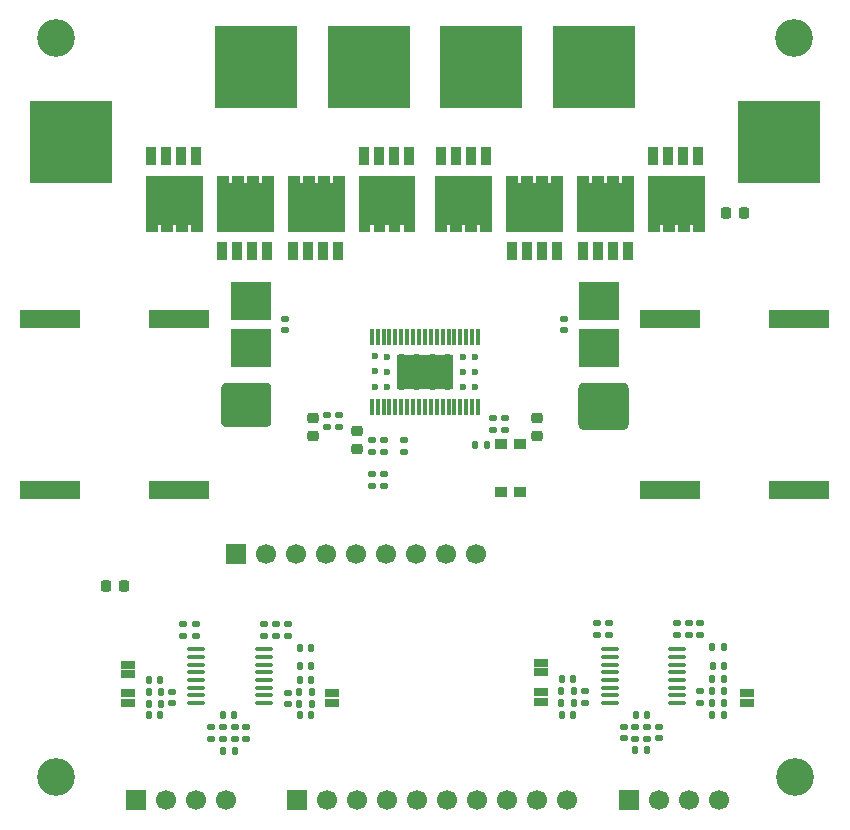
<source format=gbr>
%TF.GenerationSoftware,KiCad,Pcbnew,9.0.7-9.0.7~ubuntu22.04.1*%
%TF.CreationDate,2026-02-07T19:05:41-07:00*%
%TF.ProjectId,Power_Brick,506f7765-725f-4427-9269-636b2e6b6963,1.1*%
%TF.SameCoordinates,Original*%
%TF.FileFunction,Soldermask,Top*%
%TF.FilePolarity,Negative*%
%FSLAX46Y46*%
G04 Gerber Fmt 4.6, Leading zero omitted, Abs format (unit mm)*
G04 Created by KiCad (PCBNEW 9.0.7-9.0.7~ubuntu22.04.1) date 2026-02-07 19:05:41*
%MOMM*%
%LPD*%
G01*
G04 APERTURE LIST*
G04 Aperture macros list*
%AMRoundRect*
0 Rectangle with rounded corners*
0 $1 Rounding radius*
0 $2 $3 $4 $5 $6 $7 $8 $9 X,Y pos of 4 corners*
0 Add a 4 corners polygon primitive as box body*
4,1,4,$2,$3,$4,$5,$6,$7,$8,$9,$2,$3,0*
0 Add four circle primitives for the rounded corners*
1,1,$1+$1,$2,$3*
1,1,$1+$1,$4,$5*
1,1,$1+$1,$6,$7*
1,1,$1+$1,$8,$9*
0 Add four rect primitives between the rounded corners*
20,1,$1+$1,$2,$3,$4,$5,0*
20,1,$1+$1,$4,$5,$6,$7,0*
20,1,$1+$1,$6,$7,$8,$9,0*
20,1,$1+$1,$8,$9,$2,$3,0*%
G04 Aperture macros list end*
%ADD10C,0.010000*%
%ADD11C,0.000000*%
%ADD12RoundRect,0.140000X-0.140000X-0.170000X0.140000X-0.170000X0.140000X0.170000X-0.140000X0.170000X0*%
%ADD13RoundRect,0.102000X0.355000X-0.686000X0.355000X0.686000X-0.355000X0.686000X-0.355000X-0.686000X0*%
%ADD14C,3.200000*%
%ADD15R,1.270000X0.635000*%
%ADD16RoundRect,0.135000X0.135000X0.185000X-0.135000X0.185000X-0.135000X-0.185000X0.135000X-0.185000X0*%
%ADD17R,5.105400X1.600200*%
%ADD18RoundRect,0.135000X0.185000X-0.135000X0.185000X0.135000X-0.185000X0.135000X-0.185000X-0.135000X0*%
%ADD19RoundRect,0.225000X0.250000X-0.225000X0.250000X0.225000X-0.250000X0.225000X-0.250000X-0.225000X0*%
%ADD20RoundRect,0.140000X0.170000X-0.140000X0.170000X0.140000X-0.170000X0.140000X-0.170000X-0.140000X0*%
%ADD21RoundRect,0.135000X-0.135000X-0.185000X0.135000X-0.185000X0.135000X0.185000X-0.135000X0.185000X0*%
%ADD22RoundRect,0.140000X0.140000X0.170000X-0.140000X0.170000X-0.140000X-0.170000X0.140000X-0.170000X0*%
%ADD23R,3.429000X3.327400*%
%ADD24RoundRect,0.135000X-0.185000X0.135000X-0.185000X-0.135000X0.185000X-0.135000X0.185000X0.135000X0*%
%ADD25RoundRect,0.225000X-0.225000X-0.250000X0.225000X-0.250000X0.225000X0.250000X-0.225000X0.250000X0*%
%ADD26RoundRect,0.140000X-0.170000X0.140000X-0.170000X-0.140000X0.170000X-0.140000X0.170000X0.140000X0*%
%ADD27R,1.700000X1.700000*%
%ADD28C,1.700000*%
%ADD29RoundRect,0.102000X-0.355000X0.686000X-0.355000X-0.686000X0.355000X-0.686000X0.355000X0.686000X0*%
%ADD30C,2.300000*%
%ADD31R,7.000000X7.000000*%
%ADD32R,0.299999X1.400000*%
%ADD33C,0.600000*%
%ADD34RoundRect,0.100000X-0.637500X-0.100000X0.637500X-0.100000X0.637500X0.100000X-0.637500X0.100000X0*%
%ADD35RoundRect,0.218750X-0.256250X0.218750X-0.256250X-0.218750X0.256250X-0.218750X0.256250X0.218750X0*%
%ADD36RoundRect,0.218750X0.256250X-0.218750X0.256250X0.218750X-0.256250X0.218750X-0.256250X-0.218750X0*%
%ADD37R,1.000000X0.900000*%
G04 APERTURE END LIST*
D10*
%TO.C,Q2*%
X199610000Y-110690250D02*
X194890000Y-110690250D01*
X194890000Y-106050250D01*
X195800000Y-106050250D01*
X195800000Y-106640250D01*
X196160000Y-106640250D01*
X196160000Y-106050250D01*
X197070000Y-106050250D01*
X197070000Y-106640250D01*
X197430000Y-106640250D01*
X197430000Y-106050250D01*
X198340000Y-106050250D01*
X198340000Y-106640250D01*
X198700000Y-106640250D01*
X198700000Y-106040250D01*
X199610000Y-106040250D01*
X199610000Y-110690250D01*
G36*
X199610000Y-110690250D02*
G01*
X194890000Y-110690250D01*
X194890000Y-106050250D01*
X195800000Y-106050250D01*
X195800000Y-106640250D01*
X196160000Y-106640250D01*
X196160000Y-106050250D01*
X197070000Y-106050250D01*
X197070000Y-106640250D01*
X197430000Y-106640250D01*
X197430000Y-106050250D01*
X198340000Y-106050250D01*
X198340000Y-106640250D01*
X198700000Y-106640250D01*
X198700000Y-106040250D01*
X199610000Y-106040250D01*
X199610000Y-110690250D01*
G37*
%TO.C,Q8*%
X230110000Y-110690250D02*
X225390000Y-110690250D01*
X225390000Y-106050250D01*
X226300000Y-106050250D01*
X226300000Y-106640250D01*
X226660000Y-106640250D01*
X226660000Y-106050250D01*
X227570000Y-106050250D01*
X227570000Y-106640250D01*
X227930000Y-106640250D01*
X227930000Y-106050250D01*
X228840000Y-106050250D01*
X228840000Y-106640250D01*
X229200000Y-106640250D01*
X229200000Y-106040250D01*
X230110000Y-106040250D01*
X230110000Y-110690250D01*
G36*
X230110000Y-110690250D02*
G01*
X225390000Y-110690250D01*
X225390000Y-106050250D01*
X226300000Y-106050250D01*
X226300000Y-106640250D01*
X226660000Y-106640250D01*
X226660000Y-106050250D01*
X227570000Y-106050250D01*
X227570000Y-106640250D01*
X227930000Y-106640250D01*
X227930000Y-106050250D01*
X228840000Y-106050250D01*
X228840000Y-106640250D01*
X229200000Y-106640250D01*
X229200000Y-106040250D01*
X230110000Y-106040250D01*
X230110000Y-110690250D01*
G37*
%TO.C,Q6*%
X224110000Y-110690250D02*
X219390000Y-110690250D01*
X219390000Y-106050250D01*
X220300000Y-106050250D01*
X220300000Y-106640250D01*
X220660000Y-106640250D01*
X220660000Y-106050250D01*
X221570000Y-106050250D01*
X221570000Y-106640250D01*
X221930000Y-106640250D01*
X221930000Y-106050250D01*
X222840000Y-106050250D01*
X222840000Y-106640250D01*
X223200000Y-106640250D01*
X223200000Y-106040250D01*
X224110000Y-106040250D01*
X224110000Y-110690250D01*
G36*
X224110000Y-110690250D02*
G01*
X219390000Y-110690250D01*
X219390000Y-106050250D01*
X220300000Y-106050250D01*
X220300000Y-106640250D01*
X220660000Y-106640250D01*
X220660000Y-106050250D01*
X221570000Y-106050250D01*
X221570000Y-106640250D01*
X221930000Y-106640250D01*
X221930000Y-106050250D01*
X222840000Y-106050250D01*
X222840000Y-106640250D01*
X223200000Y-106640250D01*
X223200000Y-106040250D01*
X224110000Y-106040250D01*
X224110000Y-110690250D01*
G37*
%TO.C,Q5*%
X218110000Y-110662250D02*
X217200000Y-110662250D01*
X217200000Y-110072250D01*
X216840000Y-110072250D01*
X216840000Y-110662250D01*
X215930000Y-110662250D01*
X215930000Y-110072250D01*
X215570000Y-110072250D01*
X215570000Y-110662250D01*
X214660000Y-110662250D01*
X214660000Y-110072250D01*
X214300000Y-110072250D01*
X214300000Y-110672250D01*
X213390000Y-110672250D01*
X213390000Y-106022250D01*
X218110000Y-106022250D01*
X218110000Y-110662250D01*
G36*
X218110000Y-110662250D02*
G01*
X217200000Y-110662250D01*
X217200000Y-110072250D01*
X216840000Y-110072250D01*
X216840000Y-110662250D01*
X215930000Y-110662250D01*
X215930000Y-110072250D01*
X215570000Y-110072250D01*
X215570000Y-110662250D01*
X214660000Y-110662250D01*
X214660000Y-110072250D01*
X214300000Y-110072250D01*
X214300000Y-110672250D01*
X213390000Y-110672250D01*
X213390000Y-106022250D01*
X218110000Y-106022250D01*
X218110000Y-110662250D01*
G37*
D11*
%TO.C,U1*%
G36*
X214814986Y-121157086D02*
G01*
X214823148Y-121159563D01*
X214830668Y-121163581D01*
X214837260Y-121168991D01*
X214842670Y-121175582D01*
X214846688Y-121183103D01*
X214849165Y-121191264D01*
X214850000Y-121199750D01*
X214850000Y-124012750D01*
X214849165Y-124021236D01*
X214846688Y-124029397D01*
X214842670Y-124036918D01*
X214837260Y-124043509D01*
X214830668Y-124048919D01*
X214823148Y-124052937D01*
X214814986Y-124055414D01*
X214806500Y-124056250D01*
X210193500Y-124056250D01*
X210185014Y-124055414D01*
X210176852Y-124052937D01*
X210169332Y-124048919D01*
X210162740Y-124043509D01*
X210157330Y-124036918D01*
X210153312Y-124029397D01*
X210150835Y-124021236D01*
X210150000Y-124012750D01*
X210150000Y-121199750D01*
X210150835Y-121191264D01*
X210153312Y-121183103D01*
X210157330Y-121175582D01*
X210162740Y-121168991D01*
X210169332Y-121163581D01*
X210176852Y-121159563D01*
X210185014Y-121157086D01*
X210193500Y-121156250D01*
X214806500Y-121156250D01*
X214814986Y-121157086D01*
G37*
D10*
%TO.C,Q4*%
X205610000Y-110690250D02*
X200890000Y-110690250D01*
X200890000Y-106050250D01*
X201800000Y-106050250D01*
X201800000Y-106640250D01*
X202160000Y-106640250D01*
X202160000Y-106050250D01*
X203070000Y-106050250D01*
X203070000Y-106640250D01*
X203430000Y-106640250D01*
X203430000Y-106050250D01*
X204340000Y-106050250D01*
X204340000Y-106640250D01*
X204700000Y-106640250D01*
X204700000Y-106040250D01*
X205610000Y-106040250D01*
X205610000Y-110690250D01*
G36*
X205610000Y-110690250D02*
G01*
X200890000Y-110690250D01*
X200890000Y-106050250D01*
X201800000Y-106050250D01*
X201800000Y-106640250D01*
X202160000Y-106640250D01*
X202160000Y-106050250D01*
X203070000Y-106050250D01*
X203070000Y-106640250D01*
X203430000Y-106640250D01*
X203430000Y-106050250D01*
X204340000Y-106050250D01*
X204340000Y-106640250D01*
X204700000Y-106640250D01*
X204700000Y-106040250D01*
X205610000Y-106040250D01*
X205610000Y-110690250D01*
G37*
%TO.C,Q3*%
X211610000Y-110662250D02*
X210700000Y-110662250D01*
X210700000Y-110072250D01*
X210340000Y-110072250D01*
X210340000Y-110662250D01*
X209430000Y-110662250D01*
X209430000Y-110072250D01*
X209070000Y-110072250D01*
X209070000Y-110662250D01*
X208160000Y-110662250D01*
X208160000Y-110072250D01*
X207800000Y-110072250D01*
X207800000Y-110672250D01*
X206890000Y-110672250D01*
X206890000Y-106022250D01*
X211610000Y-106022250D01*
X211610000Y-110662250D01*
G36*
X211610000Y-110662250D02*
G01*
X210700000Y-110662250D01*
X210700000Y-110072250D01*
X210340000Y-110072250D01*
X210340000Y-110662250D01*
X209430000Y-110662250D01*
X209430000Y-110072250D01*
X209070000Y-110072250D01*
X209070000Y-110662250D01*
X208160000Y-110662250D01*
X208160000Y-110072250D01*
X207800000Y-110072250D01*
X207800000Y-110672250D01*
X206890000Y-110672250D01*
X206890000Y-106022250D01*
X211610000Y-106022250D01*
X211610000Y-110662250D01*
G37*
%TO.C,Q7*%
X236110000Y-110662250D02*
X235200000Y-110662250D01*
X235200000Y-110072250D01*
X234840000Y-110072250D01*
X234840000Y-110662250D01*
X233930000Y-110662250D01*
X233930000Y-110072250D01*
X233570000Y-110072250D01*
X233570000Y-110662250D01*
X232660000Y-110662250D01*
X232660000Y-110072250D01*
X232300000Y-110072250D01*
X232300000Y-110672250D01*
X231390000Y-110672250D01*
X231390000Y-106022250D01*
X236110000Y-106022250D01*
X236110000Y-110662250D01*
G36*
X236110000Y-110662250D02*
G01*
X235200000Y-110662250D01*
X235200000Y-110072250D01*
X234840000Y-110072250D01*
X234840000Y-110662250D01*
X233930000Y-110662250D01*
X233930000Y-110072250D01*
X233570000Y-110072250D01*
X233570000Y-110662250D01*
X232660000Y-110662250D01*
X232660000Y-110072250D01*
X232300000Y-110072250D01*
X232300000Y-110672250D01*
X231390000Y-110672250D01*
X231390000Y-106022250D01*
X236110000Y-106022250D01*
X236110000Y-110662250D01*
G37*
%TO.C,Q1*%
X193610000Y-110662250D02*
X192700000Y-110662250D01*
X192700000Y-110072250D01*
X192340000Y-110072250D01*
X192340000Y-110662250D01*
X191430000Y-110662250D01*
X191430000Y-110072250D01*
X191070000Y-110072250D01*
X191070000Y-110662250D01*
X190160000Y-110662250D01*
X190160000Y-110072250D01*
X189800000Y-110072250D01*
X189800000Y-110672250D01*
X188890000Y-110672250D01*
X188890000Y-106022250D01*
X193610000Y-106022250D01*
X193610000Y-110662250D01*
G36*
X193610000Y-110662250D02*
G01*
X192700000Y-110662250D01*
X192700000Y-110072250D01*
X192340000Y-110072250D01*
X192340000Y-110662250D01*
X191430000Y-110662250D01*
X191430000Y-110072250D01*
X191070000Y-110072250D01*
X191070000Y-110662250D01*
X190160000Y-110662250D01*
X190160000Y-110072250D01*
X189800000Y-110072250D01*
X189800000Y-110672250D01*
X188890000Y-110672250D01*
X188890000Y-106022250D01*
X193610000Y-106022250D01*
X193610000Y-110662250D01*
G37*
%TD*%
D12*
%TO.C,C17*%
X189142500Y-148681250D03*
X190102500Y-148681250D03*
%TD*%
D13*
%TO.C,Q2*%
X195345000Y-112376250D03*
X196615000Y-112376250D03*
X197885000Y-112376250D03*
X199155000Y-112376250D03*
%TD*%
D14*
%TO.C,H2*%
X181250000Y-94356250D03*
%TD*%
D15*
%TO.C,JP1*%
X204637500Y-149774850D03*
X204637500Y-150587650D03*
%TD*%
D16*
%TO.C,R25*%
X237830369Y-149633702D03*
X236810369Y-149633702D03*
%TD*%
D17*
%TO.C,C10*%
X233289000Y-132606250D03*
X244211000Y-132606250D03*
%TD*%
D18*
%TO.C,R32*%
X227070369Y-144883702D03*
X227070369Y-143863702D03*
%TD*%
D16*
%TO.C,R10*%
X196407500Y-154681250D03*
X195387500Y-154681250D03*
%TD*%
%TO.C,R14*%
X202897500Y-150681250D03*
X201877500Y-150681250D03*
%TD*%
D18*
%TO.C,R19*%
X199887500Y-144941250D03*
X199887500Y-143921250D03*
%TD*%
D19*
%TO.C,C4*%
X206750000Y-129131250D03*
X206750000Y-127581250D03*
%TD*%
D17*
%TO.C,C7*%
X180789000Y-132606250D03*
X191711000Y-132606250D03*
%TD*%
D20*
%TO.C,C34*%
X200665092Y-119063248D03*
X200665092Y-118103248D03*
%TD*%
D18*
%TO.C,R3*%
X205250000Y-127260000D03*
X205250000Y-126240000D03*
%TD*%
D21*
%TO.C,R28*%
X224060369Y-149633702D03*
X225080369Y-149633702D03*
%TD*%
D20*
%TO.C,C35*%
X224250000Y-119079218D03*
X224250000Y-118119218D03*
%TD*%
D16*
%TO.C,R13*%
X202897500Y-149681250D03*
X201877500Y-149681250D03*
%TD*%
D14*
%TO.C,H1*%
X243750000Y-94356250D03*
%TD*%
D20*
%TO.C,C3*%
X210750000Y-129336250D03*
X210750000Y-128376250D03*
%TD*%
D18*
%TO.C,R2*%
X218250000Y-127510000D03*
X218250000Y-126490000D03*
%TD*%
D14*
%TO.C,H3*%
X181250000Y-156856250D03*
%TD*%
D20*
%TO.C,C30*%
X226070369Y-150613702D03*
X226070369Y-149653702D03*
%TD*%
D22*
%TO.C,C26*%
X237800369Y-151633702D03*
X236840369Y-151633702D03*
%TD*%
D18*
%TO.C,R29*%
X228070369Y-144883702D03*
X228070369Y-143863702D03*
%TD*%
D22*
%TO.C,C15*%
X202867500Y-151681250D03*
X201907500Y-151681250D03*
%TD*%
D18*
%TO.C,R21*%
X200887500Y-144941250D03*
X200887500Y-143921250D03*
%TD*%
%TO.C,R23*%
X231320369Y-153653702D03*
X231320369Y-152633702D03*
%TD*%
D23*
%TO.C,R4*%
X197737800Y-120594050D03*
X197737800Y-116606250D03*
%TD*%
D24*
%TO.C,R7*%
X209000000Y-131240000D03*
X209000000Y-132260000D03*
%TD*%
D13*
%TO.C,Q8*%
X225845000Y-112376250D03*
X227115000Y-112376250D03*
X228385000Y-112376250D03*
X229655000Y-112376250D03*
%TD*%
D20*
%TO.C,C5*%
X209000000Y-129336250D03*
X209000000Y-128376250D03*
%TD*%
D15*
%TO.C,JP2*%
X187387500Y-150587650D03*
X187387500Y-149774850D03*
%TD*%
D18*
%TO.C,R6*%
X208000000Y-132260000D03*
X208000000Y-131240000D03*
%TD*%
D25*
%TO.C,C8*%
X185475000Y-140750000D03*
X187025000Y-140750000D03*
%TD*%
D21*
%TO.C,R16*%
X189112500Y-149681250D03*
X190132500Y-149681250D03*
%TD*%
D26*
%TO.C,C2*%
X208000000Y-128376250D03*
X208000000Y-129336250D03*
%TD*%
D27*
%TO.C,J1*%
X201710000Y-158856250D03*
D28*
X204250000Y-158856250D03*
X206790000Y-158856250D03*
X209330000Y-158856250D03*
X211870000Y-158856250D03*
X214410000Y-158856250D03*
X216950000Y-158856250D03*
X219490000Y-158856250D03*
X222030000Y-158856250D03*
X224570000Y-158856250D03*
%TD*%
D20*
%TO.C,C13*%
X194387500Y-153661250D03*
X194387500Y-152701250D03*
%TD*%
D18*
%TO.C,R31*%
X234820369Y-144893702D03*
X234820369Y-143873702D03*
%TD*%
D20*
%TO.C,C24*%
X229320369Y-153613702D03*
X229320369Y-152653702D03*
%TD*%
D16*
%TO.C,R26*%
X237830369Y-150633702D03*
X236810369Y-150633702D03*
%TD*%
D24*
%TO.C,R1*%
X219250000Y-126490000D03*
X219250000Y-127510000D03*
%TD*%
D23*
%TO.C,R9*%
X227250000Y-120594050D03*
X227250000Y-116606250D03*
%TD*%
D22*
%TO.C,C31*%
X231320369Y-151633702D03*
X230360369Y-151633702D03*
%TD*%
D12*
%TO.C,C16*%
X189142500Y-151681250D03*
X190102500Y-151681250D03*
%TD*%
D13*
%TO.C,Q6*%
X219845000Y-112376250D03*
X221115000Y-112376250D03*
X222385000Y-112376250D03*
X223655000Y-112376250D03*
%TD*%
D29*
%TO.C,Q5*%
X217655000Y-104336250D03*
X216385000Y-104336250D03*
X215115000Y-104336250D03*
X213845000Y-104336250D03*
%TD*%
D22*
%TO.C,C20*%
X196367500Y-151681250D03*
X195407500Y-151681250D03*
%TD*%
D27*
%TO.C,J6*%
X188077500Y-158856250D03*
D28*
X190617500Y-158856250D03*
X193157500Y-158856250D03*
X195697500Y-158856250D03*
%TD*%
D30*
%TO.C,J4*%
X242500000Y-103106250D03*
D31*
X242500000Y-103106250D03*
%TD*%
D16*
%TO.C,R8*%
X217760000Y-128750000D03*
X216740000Y-128750000D03*
%TD*%
D15*
%TO.C,JP4*%
X239802546Y-149777302D03*
X239802546Y-150590102D03*
%TD*%
D17*
%TO.C,C6*%
X180789000Y-118106250D03*
X191711000Y-118106250D03*
%TD*%
D12*
%TO.C,C33*%
X236885864Y-147497441D03*
X237845864Y-147497441D03*
%TD*%
D27*
%TO.C,J7*%
X229750000Y-158856250D03*
D28*
X232290000Y-158856250D03*
X234830000Y-158856250D03*
X237370000Y-158856250D03*
%TD*%
D14*
%TO.C,H4*%
X243850000Y-156856250D03*
%TD*%
D15*
%TO.C,JP5*%
X222320369Y-150540102D03*
X222320369Y-149727302D03*
%TD*%
D32*
%TO.C,U1*%
X207999999Y-125556249D03*
X208499998Y-125556249D03*
X208999999Y-125556249D03*
X209499998Y-125556249D03*
X210000000Y-125556249D03*
X210499999Y-125556249D03*
X210999998Y-125556249D03*
X211499999Y-125556249D03*
X211999998Y-125556249D03*
X212500000Y-125556249D03*
X212999999Y-125556249D03*
X213499998Y-125556249D03*
X214000000Y-125556249D03*
X214499999Y-125556249D03*
X215000000Y-125556249D03*
X215499999Y-125556249D03*
X215999998Y-125556249D03*
X216500000Y-125556249D03*
X216999999Y-125556249D03*
X216999999Y-119656248D03*
X216500000Y-119656248D03*
X215999998Y-119656248D03*
X215499999Y-119656248D03*
X215000000Y-119656248D03*
X214499999Y-119656248D03*
X214000000Y-119656248D03*
X213499998Y-119656248D03*
X212999999Y-119656248D03*
X212500000Y-119656248D03*
X211999998Y-119656248D03*
X211499999Y-119656248D03*
X210999998Y-119656248D03*
X210499999Y-119656248D03*
X210000000Y-119656248D03*
X209499998Y-119656248D03*
X208999999Y-119656248D03*
X208499998Y-119656248D03*
X207999999Y-119656248D03*
D33*
X209249999Y-123906250D03*
X210549999Y-123906250D03*
X211849999Y-123906250D03*
X213150001Y-123906250D03*
X214450001Y-123906250D03*
X215750001Y-123906250D03*
X216700000Y-123906250D03*
X208250000Y-123856250D03*
X209249999Y-122606250D03*
X210549999Y-122606250D03*
X211849999Y-122606250D03*
X213150001Y-122606250D03*
X214450001Y-122606250D03*
X215750001Y-122606250D03*
X216700000Y-122606250D03*
X208250000Y-122556250D03*
X209249999Y-121306250D03*
X210549999Y-121306250D03*
X211849999Y-121306250D03*
X213150001Y-121306250D03*
X214450001Y-121306250D03*
X215750001Y-121306250D03*
X216700000Y-121306250D03*
X208250000Y-121256250D03*
%TD*%
D18*
%TO.C,R12*%
X195387500Y-153691250D03*
X195387500Y-152671250D03*
%TD*%
D20*
%TO.C,C12*%
X197387500Y-153661250D03*
X197387500Y-152701250D03*
%TD*%
D12*
%TO.C,C22*%
X201907500Y-147521250D03*
X202867500Y-147521250D03*
%TD*%
D27*
%TO.C,J2*%
X196510000Y-137986250D03*
D28*
X199050000Y-137986250D03*
X201590000Y-137986250D03*
X204130000Y-137986250D03*
X206670000Y-137986250D03*
X209210000Y-137986250D03*
X211750000Y-137986250D03*
X214290000Y-137986250D03*
X216830000Y-137986250D03*
%TD*%
D34*
%TO.C,U2*%
X193137500Y-146081250D03*
X193137500Y-146731250D03*
X193137500Y-147381250D03*
X193137500Y-148031250D03*
X193137500Y-148681250D03*
X193137500Y-149331250D03*
X193137500Y-149981250D03*
X193137500Y-150631250D03*
X198862500Y-150631250D03*
X198862500Y-149981250D03*
X198862500Y-149331250D03*
X198862500Y-148681250D03*
X198862500Y-148031250D03*
X198862500Y-147381250D03*
X198862500Y-146731250D03*
X198862500Y-146081250D03*
%TD*%
D15*
%TO.C,JP3*%
X187387500Y-148181250D03*
X187387500Y-147368450D03*
%TD*%
D18*
%TO.C,R33*%
X235820369Y-144893702D03*
X235820369Y-143873702D03*
%TD*%
D22*
%TO.C,C14*%
X202867500Y-148681250D03*
X201907500Y-148681250D03*
%TD*%
D17*
%TO.C,C9*%
X233289000Y-118106250D03*
X244211000Y-118106250D03*
%TD*%
D18*
%TO.C,R30*%
X233820369Y-144893702D03*
X233820369Y-143873702D03*
%TD*%
D22*
%TO.C,C32*%
X237800369Y-145883702D03*
X236840369Y-145883702D03*
%TD*%
D30*
%TO.C,J5*%
X226780000Y-96750000D03*
D31*
X226780000Y-96750000D03*
X217260000Y-96750000D03*
D30*
X207740000Y-96750000D03*
D31*
X207740000Y-96750000D03*
D30*
X198220000Y-96750000D03*
D31*
X198220000Y-96750000D03*
%TD*%
D25*
%TO.C,C11*%
X237975000Y-109106250D03*
X239525000Y-109106250D03*
%TD*%
D15*
%TO.C,JP6*%
X222320369Y-148040102D03*
X222320369Y-147227302D03*
%TD*%
D16*
%TO.C,R22*%
X231330369Y-154633702D03*
X230310369Y-154633702D03*
%TD*%
D18*
%TO.C,R20*%
X192057500Y-144941250D03*
X192057500Y-143921250D03*
%TD*%
D30*
%TO.C,J3*%
X182500000Y-103106250D03*
D31*
X182500000Y-103106250D03*
%TD*%
D18*
%TO.C,R24*%
X230320369Y-153643702D03*
X230320369Y-152623702D03*
%TD*%
D34*
%TO.C,U3*%
X228137500Y-146081250D03*
X228137500Y-146731250D03*
X228137500Y-147381250D03*
X228137500Y-148031250D03*
X228137500Y-148681250D03*
X228137500Y-149331250D03*
X228137500Y-149981250D03*
X228137500Y-150631250D03*
X233862500Y-150631250D03*
X233862500Y-149981250D03*
X233862500Y-149331250D03*
X233862500Y-148681250D03*
X233862500Y-148031250D03*
X233862500Y-147381250D03*
X233862500Y-146731250D03*
X233862500Y-146081250D03*
%TD*%
D13*
%TO.C,Q4*%
X201345000Y-112376250D03*
X202615000Y-112376250D03*
X203885000Y-112376250D03*
X205155000Y-112376250D03*
%TD*%
D22*
%TO.C,C21*%
X202867500Y-145931250D03*
X201907500Y-145931250D03*
%TD*%
D12*
%TO.C,C28*%
X224070369Y-148633702D03*
X225030369Y-148633702D03*
%TD*%
D18*
%TO.C,R18*%
X198887500Y-144941250D03*
X198887500Y-143921250D03*
%TD*%
D12*
%TO.C,C27*%
X224110369Y-151633702D03*
X225070369Y-151633702D03*
%TD*%
D29*
%TO.C,Q3*%
X211155000Y-104336250D03*
X209885000Y-104336250D03*
X208615000Y-104336250D03*
X207345000Y-104336250D03*
%TD*%
%TO.C,Q7*%
X235655000Y-104336250D03*
X234385000Y-104336250D03*
X233115000Y-104336250D03*
X231845000Y-104336250D03*
%TD*%
D35*
%TO.C,D1*%
X222000000Y-126462500D03*
X222000000Y-128037500D03*
%TD*%
D18*
%TO.C,R11*%
X196387500Y-153691250D03*
X196387500Y-152671250D03*
%TD*%
%TO.C,R17*%
X193137500Y-144941250D03*
X193137500Y-143921250D03*
%TD*%
D36*
%TO.C,D2*%
X203000000Y-128037500D03*
X203000000Y-126462500D03*
%TD*%
D26*
%TO.C,C29*%
X235820369Y-149653702D03*
X235820369Y-150613702D03*
%TD*%
D20*
%TO.C,C19*%
X191122500Y-150661250D03*
X191122500Y-149701250D03*
%TD*%
D26*
%TO.C,C18*%
X200877726Y-149751072D03*
X200877726Y-150711072D03*
%TD*%
D20*
%TO.C,C23*%
X232320369Y-153613702D03*
X232320369Y-152653702D03*
%TD*%
D21*
%TO.C,R15*%
X189112500Y-150681250D03*
X190132500Y-150681250D03*
%TD*%
D20*
%TO.C,C1*%
X204250000Y-127220694D03*
X204250000Y-126260694D03*
%TD*%
D22*
%TO.C,C25*%
X237800369Y-148633702D03*
X236840369Y-148633702D03*
%TD*%
D37*
%TO.C,SW1*%
X218950000Y-132800000D03*
X218950000Y-128700000D03*
X220550000Y-132800000D03*
X220550000Y-128700000D03*
%TD*%
D21*
%TO.C,R27*%
X224060369Y-150644442D03*
X225080369Y-150644442D03*
%TD*%
D29*
%TO.C,Q1*%
X193155000Y-104336250D03*
X191885000Y-104336250D03*
X190615000Y-104336250D03*
X189345000Y-104336250D03*
%TD*%
G36*
X229256433Y-123500847D02*
G01*
X229366486Y-123515335D01*
X229391451Y-123522024D01*
X229487957Y-123561998D01*
X229510339Y-123574920D01*
X229593213Y-123638512D01*
X229611487Y-123656786D01*
X229675079Y-123739660D01*
X229688001Y-123762042D01*
X229727975Y-123858548D01*
X229734664Y-123883512D01*
X229749153Y-123993566D01*
X229750000Y-124006488D01*
X229750000Y-126993511D01*
X229749153Y-127006433D01*
X229734664Y-127116487D01*
X229727975Y-127141451D01*
X229688001Y-127237957D01*
X229675079Y-127260339D01*
X229611487Y-127343213D01*
X229593213Y-127361487D01*
X229510339Y-127425079D01*
X229487957Y-127438001D01*
X229391451Y-127477975D01*
X229366487Y-127484664D01*
X229256434Y-127499153D01*
X229243512Y-127500000D01*
X226006488Y-127500000D01*
X225993566Y-127499153D01*
X225883512Y-127484664D01*
X225858548Y-127477975D01*
X225762042Y-127438001D01*
X225739660Y-127425079D01*
X225656786Y-127361487D01*
X225638512Y-127343213D01*
X225574920Y-127260339D01*
X225561998Y-127237957D01*
X225522024Y-127141451D01*
X225515335Y-127116486D01*
X225500847Y-127006432D01*
X225500000Y-126993511D01*
X225500000Y-124006488D01*
X225500847Y-123993567D01*
X225515335Y-123883513D01*
X225522024Y-123858548D01*
X225561998Y-123762042D01*
X225574920Y-123739660D01*
X225638512Y-123656786D01*
X225656786Y-123638512D01*
X225739660Y-123574920D01*
X225762042Y-123561998D01*
X225858548Y-123522024D01*
X225883513Y-123515335D01*
X225993567Y-123500847D01*
X226006488Y-123500000D01*
X229243512Y-123500000D01*
X229256433Y-123500847D01*
G37*
G36*
X199006433Y-123500847D02*
G01*
X199116486Y-123515335D01*
X199141451Y-123522024D01*
X199237957Y-123561998D01*
X199260339Y-123574920D01*
X199343213Y-123638512D01*
X199361487Y-123656786D01*
X199425079Y-123739660D01*
X199438001Y-123762042D01*
X199477975Y-123858548D01*
X199484664Y-123883512D01*
X199499153Y-123993566D01*
X199500000Y-124006488D01*
X199500000Y-126743511D01*
X199499153Y-126756433D01*
X199484664Y-126866487D01*
X199477975Y-126891451D01*
X199438001Y-126987957D01*
X199425079Y-127010339D01*
X199361487Y-127093213D01*
X199343213Y-127111487D01*
X199260339Y-127175079D01*
X199237957Y-127188001D01*
X199141451Y-127227975D01*
X199116487Y-127234664D01*
X199006434Y-127249153D01*
X198993512Y-127250000D01*
X195756488Y-127250000D01*
X195743566Y-127249153D01*
X195633512Y-127234664D01*
X195608548Y-127227975D01*
X195512042Y-127188001D01*
X195489660Y-127175079D01*
X195406786Y-127111487D01*
X195388512Y-127093213D01*
X195324920Y-127010339D01*
X195311998Y-126987957D01*
X195272024Y-126891451D01*
X195265335Y-126866486D01*
X195250847Y-126756432D01*
X195250000Y-126743511D01*
X195250000Y-124006488D01*
X195250847Y-123993567D01*
X195265335Y-123883513D01*
X195272024Y-123858548D01*
X195311998Y-123762042D01*
X195324920Y-123739660D01*
X195388512Y-123656786D01*
X195406786Y-123638512D01*
X195489660Y-123574920D01*
X195512042Y-123561998D01*
X195608548Y-123522024D01*
X195633513Y-123515335D01*
X195743567Y-123500847D01*
X195756488Y-123500000D01*
X198993512Y-123500000D01*
X199006433Y-123500847D01*
G37*
M02*

</source>
